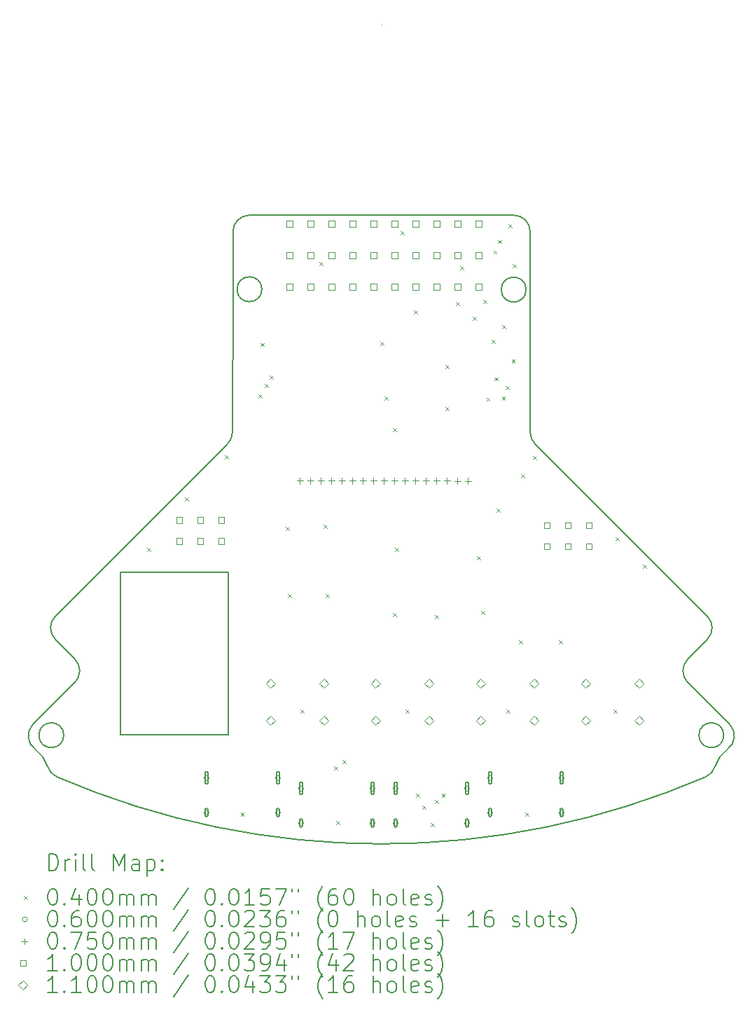
<source format=gbr>
%FSLAX45Y45*%
G04 Gerber Fmt 4.5, Leading zero omitted, Abs format (unit mm)*
G04 Created by KiCad (PCBNEW (6.0.5)) date 2022-10-18 22:35:15*
%MOMM*%
%LPD*%
G01*
G04 APERTURE LIST*
%TA.AperFunction,Profile*%
%ADD10C,0.200000*%
%TD*%
%TA.AperFunction,Profile*%
%ADD11C,0.100050*%
%TD*%
%ADD12C,0.200000*%
%ADD13C,0.040000*%
%ADD14C,0.060000*%
%ADD15C,0.075000*%
%ADD16C,0.100000*%
%ADD17C,0.110000*%
G04 APERTURE END LIST*
D10*
X11501680Y-13265660D02*
X10996756Y-13770585D01*
X11172749Y-14283015D02*
G75*
G03*
X11022304Y-14075020I-382189J-118035D01*
G01*
X19391536Y-14075020D02*
G75*
G03*
X19241093Y-14283015I231764J-326040D01*
G01*
X15215322Y-7617792D02*
X13612255Y-7617792D01*
X13356920Y-13217780D02*
X13356920Y-13897780D01*
X13412255Y-7817792D02*
X13412255Y-8512747D01*
X17006918Y-7817792D02*
G75*
G03*
X16806920Y-7617792I-199998J2D01*
G01*
X11172746Y-14283015D02*
G75*
G03*
X11284602Y-14407633I191094J59016D01*
G01*
X11265854Y-12464149D02*
G75*
G03*
X11265856Y-12746993I141426J-141421D01*
G01*
X19148117Y-12464018D02*
X17065499Y-10381400D01*
X13762255Y-8513307D02*
G75*
G03*
X13762255Y-8513307I-150000J0D01*
G01*
X16806920Y-7617792D02*
X15215322Y-7617792D01*
X19148117Y-12746861D02*
G75*
G03*
X19148117Y-12464018I-141427J141421D01*
G01*
X13348839Y-10381167D02*
X11265856Y-12464150D01*
X11366830Y-13904064D02*
G75*
G03*
X11366830Y-13904064I-150000J0D01*
G01*
D11*
X15211922Y-5317780D02*
G75*
G03*
X15211922Y-5317780I-5003J0D01*
G01*
D10*
X10996760Y-13770589D02*
G75*
G03*
X11022304Y-14075020I141420J-141421D01*
G01*
X18912161Y-12982819D02*
G75*
G03*
X18912160Y-13265660I141419J-141421D01*
G01*
X11265856Y-12746993D02*
X11501680Y-12982817D01*
X17006920Y-10239979D02*
X17006920Y-8517788D01*
X12056920Y-11937780D02*
X13356920Y-11937780D01*
X13356920Y-11937780D02*
X13356920Y-13217780D01*
X12056920Y-13897780D02*
X12056920Y-11937780D01*
X13612255Y-7617785D02*
G75*
G03*
X13412255Y-7817792I5J-200005D01*
G01*
X11501682Y-13265661D02*
G75*
G03*
X11501680Y-12982817I-141422J141421D01*
G01*
X13412255Y-8512747D02*
X13407417Y-10240306D01*
X11284602Y-14407633D02*
G75*
G03*
X19129238Y-14407633I3922318J9089854D01*
G01*
X19347010Y-13904064D02*
G75*
G03*
X19347010Y-13904064I-150000J0D01*
G01*
X19391540Y-14075025D02*
G75*
G03*
X19417085Y-13770585I-115880J163015D01*
G01*
X16956920Y-8517788D02*
G75*
G03*
X16956920Y-8517788I-150000J0D01*
G01*
X18912160Y-12982817D02*
X19148117Y-12746860D01*
X19417085Y-13770585D02*
X18912160Y-13265660D01*
X13348841Y-10381169D02*
G75*
G03*
X13407417Y-10240306I-141421J141419D01*
G01*
X17006924Y-10239979D02*
G75*
G03*
X17065499Y-10381400I200006J-2D01*
G01*
X13356920Y-13897780D02*
X12056920Y-13897780D01*
X17006920Y-8517788D02*
X17006920Y-7817792D01*
X19129238Y-14407633D02*
G75*
G03*
X19241093Y-14283015I-79238J183633D01*
G01*
D12*
D13*
X12375200Y-11638600D02*
X12415200Y-11678600D01*
X12415200Y-11638600D02*
X12375200Y-11678600D01*
X12832400Y-11029000D02*
X12872400Y-11069000D01*
X12872400Y-11029000D02*
X12832400Y-11069000D01*
X13315000Y-10521000D02*
X13355000Y-10561000D01*
X13355000Y-10521000D02*
X13315000Y-10561000D01*
X13505500Y-14839000D02*
X13545500Y-14879000D01*
X13545500Y-14839000D02*
X13505500Y-14879000D01*
X13719210Y-9784400D02*
X13759210Y-9824400D01*
X13759210Y-9784400D02*
X13719210Y-9824400D01*
X13744460Y-9162071D02*
X13784460Y-9202071D01*
X13784460Y-9162071D02*
X13744460Y-9202071D01*
X13797600Y-9657400D02*
X13837600Y-9697400D01*
X13837600Y-9657400D02*
X13797600Y-9697400D01*
X13857998Y-9555800D02*
X13897998Y-9595800D01*
X13897998Y-9555800D02*
X13857998Y-9595800D01*
X14051600Y-11384600D02*
X14091600Y-11424600D01*
X14091600Y-11384600D02*
X14051600Y-11424600D01*
X14077000Y-12197400D02*
X14117000Y-12237400D01*
X14117000Y-12197400D02*
X14077000Y-12237400D01*
X14229400Y-13594400D02*
X14269400Y-13634400D01*
X14269400Y-13594400D02*
X14229400Y-13634400D01*
X14458000Y-8184200D02*
X14498000Y-8224200D01*
X14498000Y-8184200D02*
X14458000Y-8224200D01*
X14508800Y-11359200D02*
X14548800Y-11399200D01*
X14548800Y-11359200D02*
X14508800Y-11399200D01*
X14534200Y-12197400D02*
X14574200Y-12237400D01*
X14574200Y-12197400D02*
X14534200Y-12237400D01*
X14635800Y-14280200D02*
X14675800Y-14320200D01*
X14675800Y-14280200D02*
X14635800Y-14320200D01*
X14661200Y-14940600D02*
X14701200Y-14980600D01*
X14701200Y-14940600D02*
X14661200Y-14980600D01*
X14737400Y-14204000D02*
X14777400Y-14244000D01*
X14777400Y-14204000D02*
X14737400Y-14244000D01*
X15194600Y-9149400D02*
X15234600Y-9189400D01*
X15234600Y-9149400D02*
X15194600Y-9189400D01*
X15245400Y-9809800D02*
X15285400Y-9849800D01*
X15285400Y-9809800D02*
X15245400Y-9849800D01*
X15347000Y-10190800D02*
X15387000Y-10230800D01*
X15387000Y-10190800D02*
X15347000Y-10230800D01*
X15347000Y-12426000D02*
X15387000Y-12466000D01*
X15387000Y-12426000D02*
X15347000Y-12466000D01*
X15372400Y-11638600D02*
X15412400Y-11678600D01*
X15412400Y-11638600D02*
X15372400Y-11678600D01*
X15442215Y-7811376D02*
X15482215Y-7851376D01*
X15482215Y-7811376D02*
X15442215Y-7851376D01*
X15499400Y-13594400D02*
X15539400Y-13634400D01*
X15539400Y-13594400D02*
X15499400Y-13634400D01*
X15601000Y-8768400D02*
X15641000Y-8808400D01*
X15641000Y-8768400D02*
X15601000Y-8808400D01*
X15626400Y-14610400D02*
X15666400Y-14650400D01*
X15666400Y-14610400D02*
X15626400Y-14650400D01*
X15702600Y-14756550D02*
X15742600Y-14796550D01*
X15742600Y-14756550D02*
X15702600Y-14796550D01*
X15804200Y-14966000D02*
X15844200Y-15006000D01*
X15844200Y-14966000D02*
X15804200Y-15006000D01*
X15855000Y-12451400D02*
X15895000Y-12491400D01*
X15895000Y-12451400D02*
X15855000Y-12491400D01*
X15855000Y-14686600D02*
X15895000Y-14726600D01*
X15895000Y-14686600D02*
X15855000Y-14726600D01*
X15936450Y-14610400D02*
X15976450Y-14650400D01*
X15976450Y-14610400D02*
X15936450Y-14650400D01*
X15982000Y-9428800D02*
X16022000Y-9468800D01*
X16022000Y-9428800D02*
X15982000Y-9468800D01*
X15982000Y-9936800D02*
X16022000Y-9976800D01*
X16022000Y-9936800D02*
X15982000Y-9976800D01*
X16109000Y-8666800D02*
X16149000Y-8706800D01*
X16149000Y-8666800D02*
X16109000Y-8706800D01*
X16159883Y-8234895D02*
X16199883Y-8274895D01*
X16199883Y-8234895D02*
X16159883Y-8274895D01*
X16312200Y-8844600D02*
X16352200Y-8884600D01*
X16352200Y-8844600D02*
X16312200Y-8884600D01*
X16363000Y-11740200D02*
X16403000Y-11780200D01*
X16403000Y-11740200D02*
X16363000Y-11780200D01*
X16413800Y-12400600D02*
X16453800Y-12440600D01*
X16453800Y-12400600D02*
X16413800Y-12440600D01*
X16439200Y-8641400D02*
X16479200Y-8681400D01*
X16479200Y-8641400D02*
X16439200Y-8681400D01*
X16477802Y-9821998D02*
X16517802Y-9861998D01*
X16517802Y-9821998D02*
X16477802Y-9861998D01*
X16542134Y-9122666D02*
X16582134Y-9162666D01*
X16582134Y-9122666D02*
X16542134Y-9162666D01*
X16562450Y-8044500D02*
X16602450Y-8084500D01*
X16602450Y-8044500D02*
X16562450Y-8084500D01*
X16576620Y-9578525D02*
X16616620Y-9618525D01*
X16616620Y-9578525D02*
X16576620Y-9618525D01*
X16598416Y-11162816D02*
X16638416Y-11202816D01*
X16638416Y-11162816D02*
X16598416Y-11202816D01*
X16617000Y-7917500D02*
X16657000Y-7957500D01*
X16657000Y-7917500D02*
X16617000Y-7957500D01*
X16665346Y-9809800D02*
X16705346Y-9849800D01*
X16705346Y-9809800D02*
X16665346Y-9849800D01*
X16667800Y-8946200D02*
X16707800Y-8986200D01*
X16707800Y-8946200D02*
X16667800Y-8986200D01*
X16710298Y-9682800D02*
X16750298Y-9722800D01*
X16750298Y-9682800D02*
X16710298Y-9722800D01*
X16718600Y-13594400D02*
X16758600Y-13634400D01*
X16758600Y-13594400D02*
X16718600Y-13634400D01*
X16744000Y-7727000D02*
X16784000Y-7767000D01*
X16784000Y-7727000D02*
X16744000Y-7767000D01*
X16783434Y-9363966D02*
X16823434Y-9403966D01*
X16823434Y-9363966D02*
X16783434Y-9403966D01*
X16794800Y-8209600D02*
X16834800Y-8249600D01*
X16834800Y-8209600D02*
X16794800Y-8249600D01*
X16871000Y-12756200D02*
X16911000Y-12796200D01*
X16911000Y-12756200D02*
X16871000Y-12796200D01*
X16896400Y-10749600D02*
X16936400Y-10789600D01*
X16936400Y-10749600D02*
X16896400Y-10789600D01*
X16947200Y-14839000D02*
X16987200Y-14879000D01*
X16987200Y-14839000D02*
X16947200Y-14879000D01*
X17042128Y-10527672D02*
X17082128Y-10567672D01*
X17082128Y-10527672D02*
X17042128Y-10567672D01*
X17353600Y-12756200D02*
X17393600Y-12796200D01*
X17393600Y-12756200D02*
X17353600Y-12796200D01*
X18014000Y-13594400D02*
X18054000Y-13634400D01*
X18054000Y-13594400D02*
X18014000Y-13634400D01*
X18039400Y-11511600D02*
X18079400Y-11551600D01*
X18079400Y-11511600D02*
X18039400Y-11551600D01*
X18369600Y-11841800D02*
X18409600Y-11881800D01*
X18409600Y-11841800D02*
X18369600Y-11881800D01*
D14*
X13123500Y-14421500D02*
G75*
G03*
X13123500Y-14421500I-30000J0D01*
G01*
D12*
X13073500Y-14366500D02*
X13073500Y-14476500D01*
X13113500Y-14366500D02*
X13113500Y-14476500D01*
X13073500Y-14476500D02*
G75*
G03*
X13113500Y-14476500I20000J0D01*
G01*
X13113500Y-14366500D02*
G75*
G03*
X13073500Y-14366500I-20000J0D01*
G01*
D14*
X13123500Y-14839500D02*
G75*
G03*
X13123500Y-14839500I-30000J0D01*
G01*
D12*
X13073500Y-14809500D02*
X13073500Y-14869500D01*
X13113500Y-14809500D02*
X13113500Y-14869500D01*
X13073500Y-14869500D02*
G75*
G03*
X13113500Y-14869500I20000J0D01*
G01*
X13113500Y-14809500D02*
G75*
G03*
X13073500Y-14809500I-20000J0D01*
G01*
D14*
X13987500Y-14421500D02*
G75*
G03*
X13987500Y-14421500I-30000J0D01*
G01*
D12*
X13937500Y-14366500D02*
X13937500Y-14476500D01*
X13977500Y-14366500D02*
X13977500Y-14476500D01*
X13937500Y-14476500D02*
G75*
G03*
X13977500Y-14476500I20000J0D01*
G01*
X13977500Y-14366500D02*
G75*
G03*
X13937500Y-14366500I-20000J0D01*
G01*
D14*
X13987500Y-14839500D02*
G75*
G03*
X13987500Y-14839500I-30000J0D01*
G01*
D12*
X13937500Y-14809500D02*
X13937500Y-14869500D01*
X13977500Y-14809500D02*
X13977500Y-14869500D01*
X13937500Y-14869500D02*
G75*
G03*
X13977500Y-14869500I20000J0D01*
G01*
X13977500Y-14809500D02*
G75*
G03*
X13937500Y-14809500I-20000J0D01*
G01*
D14*
X14266500Y-14548500D02*
G75*
G03*
X14266500Y-14548500I-30000J0D01*
G01*
D12*
X14216500Y-14493500D02*
X14216500Y-14603500D01*
X14256500Y-14493500D02*
X14256500Y-14603500D01*
X14216500Y-14603500D02*
G75*
G03*
X14256500Y-14603500I20000J0D01*
G01*
X14256500Y-14493500D02*
G75*
G03*
X14216500Y-14493500I-20000J0D01*
G01*
D14*
X14266500Y-14966500D02*
G75*
G03*
X14266500Y-14966500I-30000J0D01*
G01*
D12*
X14216500Y-14936500D02*
X14216500Y-14996500D01*
X14256500Y-14936500D02*
X14256500Y-14996500D01*
X14216500Y-14996500D02*
G75*
G03*
X14256500Y-14996500I20000J0D01*
G01*
X14256500Y-14936500D02*
G75*
G03*
X14216500Y-14936500I-20000J0D01*
G01*
D14*
X15130500Y-14548500D02*
G75*
G03*
X15130500Y-14548500I-30000J0D01*
G01*
D12*
X15080500Y-14493500D02*
X15080500Y-14603500D01*
X15120500Y-14493500D02*
X15120500Y-14603500D01*
X15080500Y-14603500D02*
G75*
G03*
X15120500Y-14603500I20000J0D01*
G01*
X15120500Y-14493500D02*
G75*
G03*
X15080500Y-14493500I-20000J0D01*
G01*
D14*
X15130500Y-14966500D02*
G75*
G03*
X15130500Y-14966500I-30000J0D01*
G01*
D12*
X15080500Y-14936500D02*
X15080500Y-14996500D01*
X15120500Y-14936500D02*
X15120500Y-14996500D01*
X15080500Y-14996500D02*
G75*
G03*
X15120500Y-14996500I20000J0D01*
G01*
X15120500Y-14936500D02*
G75*
G03*
X15080500Y-14936500I-20000J0D01*
G01*
D14*
X15409500Y-14548500D02*
G75*
G03*
X15409500Y-14548500I-30000J0D01*
G01*
D12*
X15359500Y-14493500D02*
X15359500Y-14603500D01*
X15399500Y-14493500D02*
X15399500Y-14603500D01*
X15359500Y-14603500D02*
G75*
G03*
X15399500Y-14603500I20000J0D01*
G01*
X15399500Y-14493500D02*
G75*
G03*
X15359500Y-14493500I-20000J0D01*
G01*
D14*
X15409500Y-14966500D02*
G75*
G03*
X15409500Y-14966500I-30000J0D01*
G01*
D12*
X15359500Y-14936500D02*
X15359500Y-14996500D01*
X15399500Y-14936500D02*
X15399500Y-14996500D01*
X15359500Y-14996500D02*
G75*
G03*
X15399500Y-14996500I20000J0D01*
G01*
X15399500Y-14936500D02*
G75*
G03*
X15359500Y-14936500I-20000J0D01*
G01*
D14*
X16273500Y-14548500D02*
G75*
G03*
X16273500Y-14548500I-30000J0D01*
G01*
D12*
X16223500Y-14493500D02*
X16223500Y-14603500D01*
X16263500Y-14493500D02*
X16263500Y-14603500D01*
X16223500Y-14603500D02*
G75*
G03*
X16263500Y-14603500I20000J0D01*
G01*
X16263500Y-14493500D02*
G75*
G03*
X16223500Y-14493500I-20000J0D01*
G01*
D14*
X16273500Y-14966500D02*
G75*
G03*
X16273500Y-14966500I-30000J0D01*
G01*
D12*
X16223500Y-14936500D02*
X16223500Y-14996500D01*
X16263500Y-14936500D02*
X16263500Y-14996500D01*
X16223500Y-14996500D02*
G75*
G03*
X16263500Y-14996500I20000J0D01*
G01*
X16263500Y-14936500D02*
G75*
G03*
X16223500Y-14936500I-20000J0D01*
G01*
D14*
X16552500Y-14421500D02*
G75*
G03*
X16552500Y-14421500I-30000J0D01*
G01*
D12*
X16502500Y-14366500D02*
X16502500Y-14476500D01*
X16542500Y-14366500D02*
X16542500Y-14476500D01*
X16502500Y-14476500D02*
G75*
G03*
X16542500Y-14476500I20000J0D01*
G01*
X16542500Y-14366500D02*
G75*
G03*
X16502500Y-14366500I-20000J0D01*
G01*
D14*
X16552500Y-14839500D02*
G75*
G03*
X16552500Y-14839500I-30000J0D01*
G01*
D12*
X16502500Y-14809500D02*
X16502500Y-14869500D01*
X16542500Y-14809500D02*
X16542500Y-14869500D01*
X16502500Y-14869500D02*
G75*
G03*
X16542500Y-14869500I20000J0D01*
G01*
X16542500Y-14809500D02*
G75*
G03*
X16502500Y-14809500I-20000J0D01*
G01*
D14*
X17416500Y-14421500D02*
G75*
G03*
X17416500Y-14421500I-30000J0D01*
G01*
D12*
X17366500Y-14366500D02*
X17366500Y-14476500D01*
X17406500Y-14366500D02*
X17406500Y-14476500D01*
X17366500Y-14476500D02*
G75*
G03*
X17406500Y-14476500I20000J0D01*
G01*
X17406500Y-14366500D02*
G75*
G03*
X17366500Y-14366500I-20000J0D01*
G01*
D14*
X17416500Y-14839500D02*
G75*
G03*
X17416500Y-14839500I-30000J0D01*
G01*
D12*
X17366500Y-14809500D02*
X17366500Y-14869500D01*
X17406500Y-14809500D02*
X17406500Y-14869500D01*
X17366500Y-14869500D02*
G75*
G03*
X17406500Y-14869500I20000J0D01*
G01*
X17406500Y-14809500D02*
G75*
G03*
X17366500Y-14809500I-20000J0D01*
G01*
D15*
X14224000Y-10791000D02*
X14224000Y-10866000D01*
X14186500Y-10828500D02*
X14261500Y-10828500D01*
X14351000Y-10791000D02*
X14351000Y-10866000D01*
X14313500Y-10828500D02*
X14388500Y-10828500D01*
X14478000Y-10791000D02*
X14478000Y-10866000D01*
X14440500Y-10828500D02*
X14515500Y-10828500D01*
X14605000Y-10791000D02*
X14605000Y-10866000D01*
X14567500Y-10828500D02*
X14642500Y-10828500D01*
X14732000Y-10791000D02*
X14732000Y-10866000D01*
X14694500Y-10828500D02*
X14769500Y-10828500D01*
X14859000Y-10791000D02*
X14859000Y-10866000D01*
X14821500Y-10828500D02*
X14896500Y-10828500D01*
X14986000Y-10791000D02*
X14986000Y-10866000D01*
X14948500Y-10828500D02*
X15023500Y-10828500D01*
X15113000Y-10791000D02*
X15113000Y-10866000D01*
X15075500Y-10828500D02*
X15150500Y-10828500D01*
X15240000Y-10791000D02*
X15240000Y-10866000D01*
X15202500Y-10828500D02*
X15277500Y-10828500D01*
X15367000Y-10791000D02*
X15367000Y-10866000D01*
X15329500Y-10828500D02*
X15404500Y-10828500D01*
X15494000Y-10791000D02*
X15494000Y-10866000D01*
X15456500Y-10828500D02*
X15531500Y-10828500D01*
X15621000Y-10791000D02*
X15621000Y-10866000D01*
X15583500Y-10828500D02*
X15658500Y-10828500D01*
X15748000Y-10791000D02*
X15748000Y-10866000D01*
X15710500Y-10828500D02*
X15785500Y-10828500D01*
X15875000Y-10791000D02*
X15875000Y-10866000D01*
X15837500Y-10828500D02*
X15912500Y-10828500D01*
X16002000Y-10791000D02*
X16002000Y-10866000D01*
X15964500Y-10828500D02*
X16039500Y-10828500D01*
X16129000Y-10792000D02*
X16129000Y-10867000D01*
X16091500Y-10829500D02*
X16166500Y-10829500D01*
X16256000Y-10792000D02*
X16256000Y-10867000D01*
X16218500Y-10829500D02*
X16293500Y-10829500D01*
D16*
X12800356Y-11338856D02*
X12800356Y-11268144D01*
X12729644Y-11268144D01*
X12729644Y-11338856D01*
X12800356Y-11338856D01*
X12800356Y-11592856D02*
X12800356Y-11522144D01*
X12729644Y-11522144D01*
X12729644Y-11592856D01*
X12800356Y-11592856D01*
X13054356Y-11338856D02*
X13054356Y-11268144D01*
X12983644Y-11268144D01*
X12983644Y-11338856D01*
X13054356Y-11338856D01*
X13054356Y-11592856D02*
X13054356Y-11522144D01*
X12983644Y-11522144D01*
X12983644Y-11592856D01*
X13054356Y-11592856D01*
X13308356Y-11338856D02*
X13308356Y-11268144D01*
X13237644Y-11268144D01*
X13237644Y-11338856D01*
X13308356Y-11338856D01*
X13308356Y-11592856D02*
X13308356Y-11522144D01*
X13237644Y-11522144D01*
X13237644Y-11592856D01*
X13308356Y-11592856D01*
X14131856Y-8518956D02*
X14131856Y-8448244D01*
X14061144Y-8448244D01*
X14061144Y-8518956D01*
X14131856Y-8518956D01*
X14132356Y-7756956D02*
X14132356Y-7686244D01*
X14061644Y-7686244D01*
X14061644Y-7756956D01*
X14132356Y-7756956D01*
X14132356Y-8137956D02*
X14132356Y-8067244D01*
X14061644Y-8067244D01*
X14061644Y-8137956D01*
X14132356Y-8137956D01*
X14385856Y-8518956D02*
X14385856Y-8448244D01*
X14315144Y-8448244D01*
X14315144Y-8518956D01*
X14385856Y-8518956D01*
X14386356Y-7756956D02*
X14386356Y-7686244D01*
X14315644Y-7686244D01*
X14315644Y-7756956D01*
X14386356Y-7756956D01*
X14386356Y-8137956D02*
X14386356Y-8067244D01*
X14315644Y-8067244D01*
X14315644Y-8137956D01*
X14386356Y-8137956D01*
X14639856Y-8518956D02*
X14639856Y-8448244D01*
X14569144Y-8448244D01*
X14569144Y-8518956D01*
X14639856Y-8518956D01*
X14640356Y-7756956D02*
X14640356Y-7686244D01*
X14569644Y-7686244D01*
X14569644Y-7756956D01*
X14640356Y-7756956D01*
X14640356Y-8137956D02*
X14640356Y-8067244D01*
X14569644Y-8067244D01*
X14569644Y-8137956D01*
X14640356Y-8137956D01*
X14893856Y-8518956D02*
X14893856Y-8448244D01*
X14823144Y-8448244D01*
X14823144Y-8518956D01*
X14893856Y-8518956D01*
X14894356Y-7756956D02*
X14894356Y-7686244D01*
X14823644Y-7686244D01*
X14823644Y-7756956D01*
X14894356Y-7756956D01*
X14894356Y-8137956D02*
X14894356Y-8067244D01*
X14823644Y-8067244D01*
X14823644Y-8137956D01*
X14894356Y-8137956D01*
X15147856Y-8518956D02*
X15147856Y-8448244D01*
X15077144Y-8448244D01*
X15077144Y-8518956D01*
X15147856Y-8518956D01*
X15148356Y-7756956D02*
X15148356Y-7686244D01*
X15077644Y-7686244D01*
X15077644Y-7756956D01*
X15148356Y-7756956D01*
X15148356Y-8137956D02*
X15148356Y-8067244D01*
X15077644Y-8067244D01*
X15077644Y-8137956D01*
X15148356Y-8137956D01*
X15401856Y-8518956D02*
X15401856Y-8448244D01*
X15331144Y-8448244D01*
X15331144Y-8518956D01*
X15401856Y-8518956D01*
X15402356Y-7756956D02*
X15402356Y-7686244D01*
X15331644Y-7686244D01*
X15331644Y-7756956D01*
X15402356Y-7756956D01*
X15402356Y-8137956D02*
X15402356Y-8067244D01*
X15331644Y-8067244D01*
X15331644Y-8137956D01*
X15402356Y-8137956D01*
X15655856Y-8518956D02*
X15655856Y-8448244D01*
X15585144Y-8448244D01*
X15585144Y-8518956D01*
X15655856Y-8518956D01*
X15656356Y-7756956D02*
X15656356Y-7686244D01*
X15585644Y-7686244D01*
X15585644Y-7756956D01*
X15656356Y-7756956D01*
X15656356Y-8137956D02*
X15656356Y-8067244D01*
X15585644Y-8067244D01*
X15585644Y-8137956D01*
X15656356Y-8137956D01*
X15909856Y-8518956D02*
X15909856Y-8448244D01*
X15839144Y-8448244D01*
X15839144Y-8518956D01*
X15909856Y-8518956D01*
X15910356Y-7756956D02*
X15910356Y-7686244D01*
X15839644Y-7686244D01*
X15839644Y-7756956D01*
X15910356Y-7756956D01*
X15910356Y-8137956D02*
X15910356Y-8067244D01*
X15839644Y-8067244D01*
X15839644Y-8137956D01*
X15910356Y-8137956D01*
X16163856Y-8518956D02*
X16163856Y-8448244D01*
X16093144Y-8448244D01*
X16093144Y-8518956D01*
X16163856Y-8518956D01*
X16164356Y-7756956D02*
X16164356Y-7686244D01*
X16093644Y-7686244D01*
X16093644Y-7756956D01*
X16164356Y-7756956D01*
X16164356Y-8137956D02*
X16164356Y-8067244D01*
X16093644Y-8067244D01*
X16093644Y-8137956D01*
X16164356Y-8137956D01*
X16417856Y-8518956D02*
X16417856Y-8448244D01*
X16347144Y-8448244D01*
X16347144Y-8518956D01*
X16417856Y-8518956D01*
X16418356Y-7756956D02*
X16418356Y-7686244D01*
X16347644Y-7686244D01*
X16347644Y-7756956D01*
X16418356Y-7756956D01*
X16418356Y-8137956D02*
X16418356Y-8067244D01*
X16347644Y-8067244D01*
X16347644Y-8137956D01*
X16418356Y-8137956D01*
X17243856Y-11401856D02*
X17243856Y-11331144D01*
X17173144Y-11331144D01*
X17173144Y-11401856D01*
X17243856Y-11401856D01*
X17243856Y-11655856D02*
X17243856Y-11585144D01*
X17173144Y-11585144D01*
X17173144Y-11655856D01*
X17243856Y-11655856D01*
X17497856Y-11401856D02*
X17497856Y-11331144D01*
X17427144Y-11331144D01*
X17427144Y-11401856D01*
X17497856Y-11401856D01*
X17497856Y-11655856D02*
X17497856Y-11585144D01*
X17427144Y-11585144D01*
X17427144Y-11655856D01*
X17497856Y-11655856D01*
X17751856Y-11401856D02*
X17751856Y-11331144D01*
X17681144Y-11331144D01*
X17681144Y-11401856D01*
X17751856Y-11401856D01*
X17751856Y-11655856D02*
X17751856Y-11585144D01*
X17681144Y-11585144D01*
X17681144Y-11655856D01*
X17751856Y-11655856D01*
D17*
X13866500Y-13332500D02*
X13921500Y-13277500D01*
X13866500Y-13222500D01*
X13811500Y-13277500D01*
X13866500Y-13332500D01*
X13866500Y-13782500D02*
X13921500Y-13727500D01*
X13866500Y-13672500D01*
X13811500Y-13727500D01*
X13866500Y-13782500D01*
X14516500Y-13332500D02*
X14571500Y-13277500D01*
X14516500Y-13222500D01*
X14461500Y-13277500D01*
X14516500Y-13332500D01*
X14516500Y-13782500D02*
X14571500Y-13727500D01*
X14516500Y-13672500D01*
X14461500Y-13727500D01*
X14516500Y-13782500D01*
X15136500Y-13332500D02*
X15191500Y-13277500D01*
X15136500Y-13222500D01*
X15081500Y-13277500D01*
X15136500Y-13332500D01*
X15136500Y-13782500D02*
X15191500Y-13727500D01*
X15136500Y-13672500D01*
X15081500Y-13727500D01*
X15136500Y-13782500D01*
X15786500Y-13332500D02*
X15841500Y-13277500D01*
X15786500Y-13222500D01*
X15731500Y-13277500D01*
X15786500Y-13332500D01*
X15786500Y-13782500D02*
X15841500Y-13727500D01*
X15786500Y-13672500D01*
X15731500Y-13727500D01*
X15786500Y-13782500D01*
X16406500Y-13332500D02*
X16461500Y-13277500D01*
X16406500Y-13222500D01*
X16351500Y-13277500D01*
X16406500Y-13332500D01*
X16406500Y-13782500D02*
X16461500Y-13727500D01*
X16406500Y-13672500D01*
X16351500Y-13727500D01*
X16406500Y-13782500D01*
X17056500Y-13332500D02*
X17111500Y-13277500D01*
X17056500Y-13222500D01*
X17001500Y-13277500D01*
X17056500Y-13332500D01*
X17056500Y-13782500D02*
X17111500Y-13727500D01*
X17056500Y-13672500D01*
X17001500Y-13727500D01*
X17056500Y-13782500D01*
X17676500Y-13332500D02*
X17731500Y-13277500D01*
X17676500Y-13222500D01*
X17621500Y-13277500D01*
X17676500Y-13332500D01*
X17676500Y-13782500D02*
X17731500Y-13727500D01*
X17676500Y-13672500D01*
X17621500Y-13727500D01*
X17676500Y-13782500D01*
X18326500Y-13332500D02*
X18381500Y-13277500D01*
X18326500Y-13222500D01*
X18271500Y-13277500D01*
X18326500Y-13332500D01*
X18326500Y-13782500D02*
X18381500Y-13727500D01*
X18326500Y-13672500D01*
X18271500Y-13727500D01*
X18326500Y-13782500D01*
D12*
X11185800Y-15538256D02*
X11185800Y-15338256D01*
X11233419Y-15338256D01*
X11261990Y-15347780D01*
X11281038Y-15366828D01*
X11290562Y-15385875D01*
X11300086Y-15423970D01*
X11300086Y-15452542D01*
X11290562Y-15490637D01*
X11281038Y-15509685D01*
X11261990Y-15528732D01*
X11233419Y-15538256D01*
X11185800Y-15538256D01*
X11385800Y-15538256D02*
X11385800Y-15404923D01*
X11385800Y-15443018D02*
X11395324Y-15423970D01*
X11404848Y-15414447D01*
X11423895Y-15404923D01*
X11442943Y-15404923D01*
X11509609Y-15538256D02*
X11509609Y-15404923D01*
X11509609Y-15338256D02*
X11500086Y-15347780D01*
X11509609Y-15357304D01*
X11519133Y-15347780D01*
X11509609Y-15338256D01*
X11509609Y-15357304D01*
X11633419Y-15538256D02*
X11614371Y-15528732D01*
X11604848Y-15509685D01*
X11604848Y-15338256D01*
X11738181Y-15538256D02*
X11719133Y-15528732D01*
X11709609Y-15509685D01*
X11709609Y-15338256D01*
X11966752Y-15538256D02*
X11966752Y-15338256D01*
X12033419Y-15481113D01*
X12100086Y-15338256D01*
X12100086Y-15538256D01*
X12281038Y-15538256D02*
X12281038Y-15433494D01*
X12271514Y-15414447D01*
X12252467Y-15404923D01*
X12214371Y-15404923D01*
X12195324Y-15414447D01*
X12281038Y-15528732D02*
X12261990Y-15538256D01*
X12214371Y-15538256D01*
X12195324Y-15528732D01*
X12185800Y-15509685D01*
X12185800Y-15490637D01*
X12195324Y-15471589D01*
X12214371Y-15462066D01*
X12261990Y-15462066D01*
X12281038Y-15452542D01*
X12376276Y-15404923D02*
X12376276Y-15604923D01*
X12376276Y-15414447D02*
X12395324Y-15404923D01*
X12433419Y-15404923D01*
X12452467Y-15414447D01*
X12461990Y-15423970D01*
X12471514Y-15443018D01*
X12471514Y-15500161D01*
X12461990Y-15519208D01*
X12452467Y-15528732D01*
X12433419Y-15538256D01*
X12395324Y-15538256D01*
X12376276Y-15528732D01*
X12557229Y-15519208D02*
X12566752Y-15528732D01*
X12557229Y-15538256D01*
X12547705Y-15528732D01*
X12557229Y-15519208D01*
X12557229Y-15538256D01*
X12557229Y-15414447D02*
X12566752Y-15423970D01*
X12557229Y-15433494D01*
X12547705Y-15423970D01*
X12557229Y-15414447D01*
X12557229Y-15433494D01*
D13*
X10888181Y-15847780D02*
X10928181Y-15887780D01*
X10928181Y-15847780D02*
X10888181Y-15887780D01*
D12*
X11223895Y-15758256D02*
X11242943Y-15758256D01*
X11261990Y-15767780D01*
X11271514Y-15777304D01*
X11281038Y-15796351D01*
X11290562Y-15834447D01*
X11290562Y-15882066D01*
X11281038Y-15920161D01*
X11271514Y-15939208D01*
X11261990Y-15948732D01*
X11242943Y-15958256D01*
X11223895Y-15958256D01*
X11204848Y-15948732D01*
X11195324Y-15939208D01*
X11185800Y-15920161D01*
X11176276Y-15882066D01*
X11176276Y-15834447D01*
X11185800Y-15796351D01*
X11195324Y-15777304D01*
X11204848Y-15767780D01*
X11223895Y-15758256D01*
X11376276Y-15939208D02*
X11385800Y-15948732D01*
X11376276Y-15958256D01*
X11366752Y-15948732D01*
X11376276Y-15939208D01*
X11376276Y-15958256D01*
X11557229Y-15824923D02*
X11557229Y-15958256D01*
X11509609Y-15748732D02*
X11461990Y-15891589D01*
X11585800Y-15891589D01*
X11700086Y-15758256D02*
X11719133Y-15758256D01*
X11738181Y-15767780D01*
X11747705Y-15777304D01*
X11757229Y-15796351D01*
X11766752Y-15834447D01*
X11766752Y-15882066D01*
X11757229Y-15920161D01*
X11747705Y-15939208D01*
X11738181Y-15948732D01*
X11719133Y-15958256D01*
X11700086Y-15958256D01*
X11681038Y-15948732D01*
X11671514Y-15939208D01*
X11661990Y-15920161D01*
X11652467Y-15882066D01*
X11652467Y-15834447D01*
X11661990Y-15796351D01*
X11671514Y-15777304D01*
X11681038Y-15767780D01*
X11700086Y-15758256D01*
X11890562Y-15758256D02*
X11909609Y-15758256D01*
X11928657Y-15767780D01*
X11938181Y-15777304D01*
X11947705Y-15796351D01*
X11957229Y-15834447D01*
X11957229Y-15882066D01*
X11947705Y-15920161D01*
X11938181Y-15939208D01*
X11928657Y-15948732D01*
X11909609Y-15958256D01*
X11890562Y-15958256D01*
X11871514Y-15948732D01*
X11861990Y-15939208D01*
X11852467Y-15920161D01*
X11842943Y-15882066D01*
X11842943Y-15834447D01*
X11852467Y-15796351D01*
X11861990Y-15777304D01*
X11871514Y-15767780D01*
X11890562Y-15758256D01*
X12042943Y-15958256D02*
X12042943Y-15824923D01*
X12042943Y-15843970D02*
X12052467Y-15834447D01*
X12071514Y-15824923D01*
X12100086Y-15824923D01*
X12119133Y-15834447D01*
X12128657Y-15853494D01*
X12128657Y-15958256D01*
X12128657Y-15853494D02*
X12138181Y-15834447D01*
X12157229Y-15824923D01*
X12185800Y-15824923D01*
X12204848Y-15834447D01*
X12214371Y-15853494D01*
X12214371Y-15958256D01*
X12309609Y-15958256D02*
X12309609Y-15824923D01*
X12309609Y-15843970D02*
X12319133Y-15834447D01*
X12338181Y-15824923D01*
X12366752Y-15824923D01*
X12385800Y-15834447D01*
X12395324Y-15853494D01*
X12395324Y-15958256D01*
X12395324Y-15853494D02*
X12404848Y-15834447D01*
X12423895Y-15824923D01*
X12452467Y-15824923D01*
X12471514Y-15834447D01*
X12481038Y-15853494D01*
X12481038Y-15958256D01*
X12871514Y-15748732D02*
X12700086Y-16005875D01*
X13128657Y-15758256D02*
X13147705Y-15758256D01*
X13166752Y-15767780D01*
X13176276Y-15777304D01*
X13185800Y-15796351D01*
X13195324Y-15834447D01*
X13195324Y-15882066D01*
X13185800Y-15920161D01*
X13176276Y-15939208D01*
X13166752Y-15948732D01*
X13147705Y-15958256D01*
X13128657Y-15958256D01*
X13109609Y-15948732D01*
X13100086Y-15939208D01*
X13090562Y-15920161D01*
X13081038Y-15882066D01*
X13081038Y-15834447D01*
X13090562Y-15796351D01*
X13100086Y-15777304D01*
X13109609Y-15767780D01*
X13128657Y-15758256D01*
X13281038Y-15939208D02*
X13290562Y-15948732D01*
X13281038Y-15958256D01*
X13271514Y-15948732D01*
X13281038Y-15939208D01*
X13281038Y-15958256D01*
X13414371Y-15758256D02*
X13433419Y-15758256D01*
X13452467Y-15767780D01*
X13461990Y-15777304D01*
X13471514Y-15796351D01*
X13481038Y-15834447D01*
X13481038Y-15882066D01*
X13471514Y-15920161D01*
X13461990Y-15939208D01*
X13452467Y-15948732D01*
X13433419Y-15958256D01*
X13414371Y-15958256D01*
X13395324Y-15948732D01*
X13385800Y-15939208D01*
X13376276Y-15920161D01*
X13366752Y-15882066D01*
X13366752Y-15834447D01*
X13376276Y-15796351D01*
X13385800Y-15777304D01*
X13395324Y-15767780D01*
X13414371Y-15758256D01*
X13671514Y-15958256D02*
X13557229Y-15958256D01*
X13614371Y-15958256D02*
X13614371Y-15758256D01*
X13595324Y-15786828D01*
X13576276Y-15805875D01*
X13557229Y-15815399D01*
X13852467Y-15758256D02*
X13757229Y-15758256D01*
X13747705Y-15853494D01*
X13757229Y-15843970D01*
X13776276Y-15834447D01*
X13823895Y-15834447D01*
X13842943Y-15843970D01*
X13852467Y-15853494D01*
X13861990Y-15872542D01*
X13861990Y-15920161D01*
X13852467Y-15939208D01*
X13842943Y-15948732D01*
X13823895Y-15958256D01*
X13776276Y-15958256D01*
X13757229Y-15948732D01*
X13747705Y-15939208D01*
X13928657Y-15758256D02*
X14061990Y-15758256D01*
X13976276Y-15958256D01*
X14128657Y-15758256D02*
X14128657Y-15796351D01*
X14204848Y-15758256D02*
X14204848Y-15796351D01*
X14500086Y-16034447D02*
X14490562Y-16024923D01*
X14471514Y-15996351D01*
X14461990Y-15977304D01*
X14452467Y-15948732D01*
X14442943Y-15901113D01*
X14442943Y-15863018D01*
X14452467Y-15815399D01*
X14461990Y-15786828D01*
X14471514Y-15767780D01*
X14490562Y-15739208D01*
X14500086Y-15729685D01*
X14661990Y-15758256D02*
X14623895Y-15758256D01*
X14604848Y-15767780D01*
X14595324Y-15777304D01*
X14576276Y-15805875D01*
X14566752Y-15843970D01*
X14566752Y-15920161D01*
X14576276Y-15939208D01*
X14585800Y-15948732D01*
X14604848Y-15958256D01*
X14642943Y-15958256D01*
X14661990Y-15948732D01*
X14671514Y-15939208D01*
X14681038Y-15920161D01*
X14681038Y-15872542D01*
X14671514Y-15853494D01*
X14661990Y-15843970D01*
X14642943Y-15834447D01*
X14604848Y-15834447D01*
X14585800Y-15843970D01*
X14576276Y-15853494D01*
X14566752Y-15872542D01*
X14804848Y-15758256D02*
X14823895Y-15758256D01*
X14842943Y-15767780D01*
X14852467Y-15777304D01*
X14861990Y-15796351D01*
X14871514Y-15834447D01*
X14871514Y-15882066D01*
X14861990Y-15920161D01*
X14852467Y-15939208D01*
X14842943Y-15948732D01*
X14823895Y-15958256D01*
X14804848Y-15958256D01*
X14785800Y-15948732D01*
X14776276Y-15939208D01*
X14766752Y-15920161D01*
X14757229Y-15882066D01*
X14757229Y-15834447D01*
X14766752Y-15796351D01*
X14776276Y-15777304D01*
X14785800Y-15767780D01*
X14804848Y-15758256D01*
X15109609Y-15958256D02*
X15109609Y-15758256D01*
X15195324Y-15958256D02*
X15195324Y-15853494D01*
X15185800Y-15834447D01*
X15166752Y-15824923D01*
X15138181Y-15824923D01*
X15119133Y-15834447D01*
X15109609Y-15843970D01*
X15319133Y-15958256D02*
X15300086Y-15948732D01*
X15290562Y-15939208D01*
X15281038Y-15920161D01*
X15281038Y-15863018D01*
X15290562Y-15843970D01*
X15300086Y-15834447D01*
X15319133Y-15824923D01*
X15347705Y-15824923D01*
X15366752Y-15834447D01*
X15376276Y-15843970D01*
X15385800Y-15863018D01*
X15385800Y-15920161D01*
X15376276Y-15939208D01*
X15366752Y-15948732D01*
X15347705Y-15958256D01*
X15319133Y-15958256D01*
X15500086Y-15958256D02*
X15481038Y-15948732D01*
X15471514Y-15929685D01*
X15471514Y-15758256D01*
X15652467Y-15948732D02*
X15633419Y-15958256D01*
X15595324Y-15958256D01*
X15576276Y-15948732D01*
X15566752Y-15929685D01*
X15566752Y-15853494D01*
X15576276Y-15834447D01*
X15595324Y-15824923D01*
X15633419Y-15824923D01*
X15652467Y-15834447D01*
X15661990Y-15853494D01*
X15661990Y-15872542D01*
X15566752Y-15891589D01*
X15738181Y-15948732D02*
X15757229Y-15958256D01*
X15795324Y-15958256D01*
X15814371Y-15948732D01*
X15823895Y-15929685D01*
X15823895Y-15920161D01*
X15814371Y-15901113D01*
X15795324Y-15891589D01*
X15766752Y-15891589D01*
X15747705Y-15882066D01*
X15738181Y-15863018D01*
X15738181Y-15853494D01*
X15747705Y-15834447D01*
X15766752Y-15824923D01*
X15795324Y-15824923D01*
X15814371Y-15834447D01*
X15890562Y-16034447D02*
X15900086Y-16024923D01*
X15919133Y-15996351D01*
X15928657Y-15977304D01*
X15938181Y-15948732D01*
X15947705Y-15901113D01*
X15947705Y-15863018D01*
X15938181Y-15815399D01*
X15928657Y-15786828D01*
X15919133Y-15767780D01*
X15900086Y-15739208D01*
X15890562Y-15729685D01*
D14*
X10928181Y-16131780D02*
G75*
G03*
X10928181Y-16131780I-30000J0D01*
G01*
D12*
X11223895Y-16022256D02*
X11242943Y-16022256D01*
X11261990Y-16031780D01*
X11271514Y-16041304D01*
X11281038Y-16060351D01*
X11290562Y-16098447D01*
X11290562Y-16146066D01*
X11281038Y-16184161D01*
X11271514Y-16203208D01*
X11261990Y-16212732D01*
X11242943Y-16222256D01*
X11223895Y-16222256D01*
X11204848Y-16212732D01*
X11195324Y-16203208D01*
X11185800Y-16184161D01*
X11176276Y-16146066D01*
X11176276Y-16098447D01*
X11185800Y-16060351D01*
X11195324Y-16041304D01*
X11204848Y-16031780D01*
X11223895Y-16022256D01*
X11376276Y-16203208D02*
X11385800Y-16212732D01*
X11376276Y-16222256D01*
X11366752Y-16212732D01*
X11376276Y-16203208D01*
X11376276Y-16222256D01*
X11557229Y-16022256D02*
X11519133Y-16022256D01*
X11500086Y-16031780D01*
X11490562Y-16041304D01*
X11471514Y-16069875D01*
X11461990Y-16107970D01*
X11461990Y-16184161D01*
X11471514Y-16203208D01*
X11481038Y-16212732D01*
X11500086Y-16222256D01*
X11538181Y-16222256D01*
X11557229Y-16212732D01*
X11566752Y-16203208D01*
X11576276Y-16184161D01*
X11576276Y-16136542D01*
X11566752Y-16117494D01*
X11557229Y-16107970D01*
X11538181Y-16098447D01*
X11500086Y-16098447D01*
X11481038Y-16107970D01*
X11471514Y-16117494D01*
X11461990Y-16136542D01*
X11700086Y-16022256D02*
X11719133Y-16022256D01*
X11738181Y-16031780D01*
X11747705Y-16041304D01*
X11757229Y-16060351D01*
X11766752Y-16098447D01*
X11766752Y-16146066D01*
X11757229Y-16184161D01*
X11747705Y-16203208D01*
X11738181Y-16212732D01*
X11719133Y-16222256D01*
X11700086Y-16222256D01*
X11681038Y-16212732D01*
X11671514Y-16203208D01*
X11661990Y-16184161D01*
X11652467Y-16146066D01*
X11652467Y-16098447D01*
X11661990Y-16060351D01*
X11671514Y-16041304D01*
X11681038Y-16031780D01*
X11700086Y-16022256D01*
X11890562Y-16022256D02*
X11909609Y-16022256D01*
X11928657Y-16031780D01*
X11938181Y-16041304D01*
X11947705Y-16060351D01*
X11957229Y-16098447D01*
X11957229Y-16146066D01*
X11947705Y-16184161D01*
X11938181Y-16203208D01*
X11928657Y-16212732D01*
X11909609Y-16222256D01*
X11890562Y-16222256D01*
X11871514Y-16212732D01*
X11861990Y-16203208D01*
X11852467Y-16184161D01*
X11842943Y-16146066D01*
X11842943Y-16098447D01*
X11852467Y-16060351D01*
X11861990Y-16041304D01*
X11871514Y-16031780D01*
X11890562Y-16022256D01*
X12042943Y-16222256D02*
X12042943Y-16088923D01*
X12042943Y-16107970D02*
X12052467Y-16098447D01*
X12071514Y-16088923D01*
X12100086Y-16088923D01*
X12119133Y-16098447D01*
X12128657Y-16117494D01*
X12128657Y-16222256D01*
X12128657Y-16117494D02*
X12138181Y-16098447D01*
X12157229Y-16088923D01*
X12185800Y-16088923D01*
X12204848Y-16098447D01*
X12214371Y-16117494D01*
X12214371Y-16222256D01*
X12309609Y-16222256D02*
X12309609Y-16088923D01*
X12309609Y-16107970D02*
X12319133Y-16098447D01*
X12338181Y-16088923D01*
X12366752Y-16088923D01*
X12385800Y-16098447D01*
X12395324Y-16117494D01*
X12395324Y-16222256D01*
X12395324Y-16117494D02*
X12404848Y-16098447D01*
X12423895Y-16088923D01*
X12452467Y-16088923D01*
X12471514Y-16098447D01*
X12481038Y-16117494D01*
X12481038Y-16222256D01*
X12871514Y-16012732D02*
X12700086Y-16269875D01*
X13128657Y-16022256D02*
X13147705Y-16022256D01*
X13166752Y-16031780D01*
X13176276Y-16041304D01*
X13185800Y-16060351D01*
X13195324Y-16098447D01*
X13195324Y-16146066D01*
X13185800Y-16184161D01*
X13176276Y-16203208D01*
X13166752Y-16212732D01*
X13147705Y-16222256D01*
X13128657Y-16222256D01*
X13109609Y-16212732D01*
X13100086Y-16203208D01*
X13090562Y-16184161D01*
X13081038Y-16146066D01*
X13081038Y-16098447D01*
X13090562Y-16060351D01*
X13100086Y-16041304D01*
X13109609Y-16031780D01*
X13128657Y-16022256D01*
X13281038Y-16203208D02*
X13290562Y-16212732D01*
X13281038Y-16222256D01*
X13271514Y-16212732D01*
X13281038Y-16203208D01*
X13281038Y-16222256D01*
X13414371Y-16022256D02*
X13433419Y-16022256D01*
X13452467Y-16031780D01*
X13461990Y-16041304D01*
X13471514Y-16060351D01*
X13481038Y-16098447D01*
X13481038Y-16146066D01*
X13471514Y-16184161D01*
X13461990Y-16203208D01*
X13452467Y-16212732D01*
X13433419Y-16222256D01*
X13414371Y-16222256D01*
X13395324Y-16212732D01*
X13385800Y-16203208D01*
X13376276Y-16184161D01*
X13366752Y-16146066D01*
X13366752Y-16098447D01*
X13376276Y-16060351D01*
X13385800Y-16041304D01*
X13395324Y-16031780D01*
X13414371Y-16022256D01*
X13557229Y-16041304D02*
X13566752Y-16031780D01*
X13585800Y-16022256D01*
X13633419Y-16022256D01*
X13652467Y-16031780D01*
X13661990Y-16041304D01*
X13671514Y-16060351D01*
X13671514Y-16079399D01*
X13661990Y-16107970D01*
X13547705Y-16222256D01*
X13671514Y-16222256D01*
X13738181Y-16022256D02*
X13861990Y-16022256D01*
X13795324Y-16098447D01*
X13823895Y-16098447D01*
X13842943Y-16107970D01*
X13852467Y-16117494D01*
X13861990Y-16136542D01*
X13861990Y-16184161D01*
X13852467Y-16203208D01*
X13842943Y-16212732D01*
X13823895Y-16222256D01*
X13766752Y-16222256D01*
X13747705Y-16212732D01*
X13738181Y-16203208D01*
X14033419Y-16022256D02*
X13995324Y-16022256D01*
X13976276Y-16031780D01*
X13966752Y-16041304D01*
X13947705Y-16069875D01*
X13938181Y-16107970D01*
X13938181Y-16184161D01*
X13947705Y-16203208D01*
X13957229Y-16212732D01*
X13976276Y-16222256D01*
X14014371Y-16222256D01*
X14033419Y-16212732D01*
X14042943Y-16203208D01*
X14052467Y-16184161D01*
X14052467Y-16136542D01*
X14042943Y-16117494D01*
X14033419Y-16107970D01*
X14014371Y-16098447D01*
X13976276Y-16098447D01*
X13957229Y-16107970D01*
X13947705Y-16117494D01*
X13938181Y-16136542D01*
X14128657Y-16022256D02*
X14128657Y-16060351D01*
X14204848Y-16022256D02*
X14204848Y-16060351D01*
X14500086Y-16298447D02*
X14490562Y-16288923D01*
X14471514Y-16260351D01*
X14461990Y-16241304D01*
X14452467Y-16212732D01*
X14442943Y-16165113D01*
X14442943Y-16127018D01*
X14452467Y-16079399D01*
X14461990Y-16050828D01*
X14471514Y-16031780D01*
X14490562Y-16003208D01*
X14500086Y-15993685D01*
X14614371Y-16022256D02*
X14633419Y-16022256D01*
X14652467Y-16031780D01*
X14661990Y-16041304D01*
X14671514Y-16060351D01*
X14681038Y-16098447D01*
X14681038Y-16146066D01*
X14671514Y-16184161D01*
X14661990Y-16203208D01*
X14652467Y-16212732D01*
X14633419Y-16222256D01*
X14614371Y-16222256D01*
X14595324Y-16212732D01*
X14585800Y-16203208D01*
X14576276Y-16184161D01*
X14566752Y-16146066D01*
X14566752Y-16098447D01*
X14576276Y-16060351D01*
X14585800Y-16041304D01*
X14595324Y-16031780D01*
X14614371Y-16022256D01*
X14919133Y-16222256D02*
X14919133Y-16022256D01*
X15004848Y-16222256D02*
X15004848Y-16117494D01*
X14995324Y-16098447D01*
X14976276Y-16088923D01*
X14947705Y-16088923D01*
X14928657Y-16098447D01*
X14919133Y-16107970D01*
X15128657Y-16222256D02*
X15109609Y-16212732D01*
X15100086Y-16203208D01*
X15090562Y-16184161D01*
X15090562Y-16127018D01*
X15100086Y-16107970D01*
X15109609Y-16098447D01*
X15128657Y-16088923D01*
X15157229Y-16088923D01*
X15176276Y-16098447D01*
X15185800Y-16107970D01*
X15195324Y-16127018D01*
X15195324Y-16184161D01*
X15185800Y-16203208D01*
X15176276Y-16212732D01*
X15157229Y-16222256D01*
X15128657Y-16222256D01*
X15309609Y-16222256D02*
X15290562Y-16212732D01*
X15281038Y-16193685D01*
X15281038Y-16022256D01*
X15461990Y-16212732D02*
X15442943Y-16222256D01*
X15404848Y-16222256D01*
X15385800Y-16212732D01*
X15376276Y-16193685D01*
X15376276Y-16117494D01*
X15385800Y-16098447D01*
X15404848Y-16088923D01*
X15442943Y-16088923D01*
X15461990Y-16098447D01*
X15471514Y-16117494D01*
X15471514Y-16136542D01*
X15376276Y-16155589D01*
X15547705Y-16212732D02*
X15566752Y-16222256D01*
X15604848Y-16222256D01*
X15623895Y-16212732D01*
X15633419Y-16193685D01*
X15633419Y-16184161D01*
X15623895Y-16165113D01*
X15604848Y-16155589D01*
X15576276Y-16155589D01*
X15557229Y-16146066D01*
X15547705Y-16127018D01*
X15547705Y-16117494D01*
X15557229Y-16098447D01*
X15576276Y-16088923D01*
X15604848Y-16088923D01*
X15623895Y-16098447D01*
X15871514Y-16146066D02*
X16023895Y-16146066D01*
X15947705Y-16222256D02*
X15947705Y-16069875D01*
X16376276Y-16222256D02*
X16261990Y-16222256D01*
X16319133Y-16222256D02*
X16319133Y-16022256D01*
X16300086Y-16050828D01*
X16281038Y-16069875D01*
X16261990Y-16079399D01*
X16547705Y-16022256D02*
X16509609Y-16022256D01*
X16490562Y-16031780D01*
X16481038Y-16041304D01*
X16461990Y-16069875D01*
X16452467Y-16107970D01*
X16452467Y-16184161D01*
X16461990Y-16203208D01*
X16471514Y-16212732D01*
X16490562Y-16222256D01*
X16528657Y-16222256D01*
X16547705Y-16212732D01*
X16557229Y-16203208D01*
X16566752Y-16184161D01*
X16566752Y-16136542D01*
X16557229Y-16117494D01*
X16547705Y-16107970D01*
X16528657Y-16098447D01*
X16490562Y-16098447D01*
X16471514Y-16107970D01*
X16461990Y-16117494D01*
X16452467Y-16136542D01*
X16795324Y-16212732D02*
X16814371Y-16222256D01*
X16852467Y-16222256D01*
X16871514Y-16212732D01*
X16881038Y-16193685D01*
X16881038Y-16184161D01*
X16871514Y-16165113D01*
X16852467Y-16155589D01*
X16823895Y-16155589D01*
X16804848Y-16146066D01*
X16795324Y-16127018D01*
X16795324Y-16117494D01*
X16804848Y-16098447D01*
X16823895Y-16088923D01*
X16852467Y-16088923D01*
X16871514Y-16098447D01*
X16995324Y-16222256D02*
X16976276Y-16212732D01*
X16966752Y-16193685D01*
X16966752Y-16022256D01*
X17100086Y-16222256D02*
X17081038Y-16212732D01*
X17071514Y-16203208D01*
X17061991Y-16184161D01*
X17061991Y-16127018D01*
X17071514Y-16107970D01*
X17081038Y-16098447D01*
X17100086Y-16088923D01*
X17128657Y-16088923D01*
X17147705Y-16098447D01*
X17157229Y-16107970D01*
X17166752Y-16127018D01*
X17166752Y-16184161D01*
X17157229Y-16203208D01*
X17147705Y-16212732D01*
X17128657Y-16222256D01*
X17100086Y-16222256D01*
X17223895Y-16088923D02*
X17300086Y-16088923D01*
X17252467Y-16022256D02*
X17252467Y-16193685D01*
X17261991Y-16212732D01*
X17281038Y-16222256D01*
X17300086Y-16222256D01*
X17357229Y-16212732D02*
X17376276Y-16222256D01*
X17414371Y-16222256D01*
X17433419Y-16212732D01*
X17442943Y-16193685D01*
X17442943Y-16184161D01*
X17433419Y-16165113D01*
X17414371Y-16155589D01*
X17385800Y-16155589D01*
X17366752Y-16146066D01*
X17357229Y-16127018D01*
X17357229Y-16117494D01*
X17366752Y-16098447D01*
X17385800Y-16088923D01*
X17414371Y-16088923D01*
X17433419Y-16098447D01*
X17509610Y-16298447D02*
X17519133Y-16288923D01*
X17538181Y-16260351D01*
X17547705Y-16241304D01*
X17557229Y-16212732D01*
X17566752Y-16165113D01*
X17566752Y-16127018D01*
X17557229Y-16079399D01*
X17547705Y-16050828D01*
X17538181Y-16031780D01*
X17519133Y-16003208D01*
X17509610Y-15993685D01*
D15*
X10890681Y-16358280D02*
X10890681Y-16433280D01*
X10853181Y-16395780D02*
X10928181Y-16395780D01*
D12*
X11223895Y-16286256D02*
X11242943Y-16286256D01*
X11261990Y-16295780D01*
X11271514Y-16305304D01*
X11281038Y-16324351D01*
X11290562Y-16362447D01*
X11290562Y-16410066D01*
X11281038Y-16448161D01*
X11271514Y-16467208D01*
X11261990Y-16476732D01*
X11242943Y-16486256D01*
X11223895Y-16486256D01*
X11204848Y-16476732D01*
X11195324Y-16467208D01*
X11185800Y-16448161D01*
X11176276Y-16410066D01*
X11176276Y-16362447D01*
X11185800Y-16324351D01*
X11195324Y-16305304D01*
X11204848Y-16295780D01*
X11223895Y-16286256D01*
X11376276Y-16467208D02*
X11385800Y-16476732D01*
X11376276Y-16486256D01*
X11366752Y-16476732D01*
X11376276Y-16467208D01*
X11376276Y-16486256D01*
X11452467Y-16286256D02*
X11585800Y-16286256D01*
X11500086Y-16486256D01*
X11757229Y-16286256D02*
X11661990Y-16286256D01*
X11652467Y-16381494D01*
X11661990Y-16371970D01*
X11681038Y-16362447D01*
X11728657Y-16362447D01*
X11747705Y-16371970D01*
X11757229Y-16381494D01*
X11766752Y-16400542D01*
X11766752Y-16448161D01*
X11757229Y-16467208D01*
X11747705Y-16476732D01*
X11728657Y-16486256D01*
X11681038Y-16486256D01*
X11661990Y-16476732D01*
X11652467Y-16467208D01*
X11890562Y-16286256D02*
X11909609Y-16286256D01*
X11928657Y-16295780D01*
X11938181Y-16305304D01*
X11947705Y-16324351D01*
X11957229Y-16362447D01*
X11957229Y-16410066D01*
X11947705Y-16448161D01*
X11938181Y-16467208D01*
X11928657Y-16476732D01*
X11909609Y-16486256D01*
X11890562Y-16486256D01*
X11871514Y-16476732D01*
X11861990Y-16467208D01*
X11852467Y-16448161D01*
X11842943Y-16410066D01*
X11842943Y-16362447D01*
X11852467Y-16324351D01*
X11861990Y-16305304D01*
X11871514Y-16295780D01*
X11890562Y-16286256D01*
X12042943Y-16486256D02*
X12042943Y-16352923D01*
X12042943Y-16371970D02*
X12052467Y-16362447D01*
X12071514Y-16352923D01*
X12100086Y-16352923D01*
X12119133Y-16362447D01*
X12128657Y-16381494D01*
X12128657Y-16486256D01*
X12128657Y-16381494D02*
X12138181Y-16362447D01*
X12157229Y-16352923D01*
X12185800Y-16352923D01*
X12204848Y-16362447D01*
X12214371Y-16381494D01*
X12214371Y-16486256D01*
X12309609Y-16486256D02*
X12309609Y-16352923D01*
X12309609Y-16371970D02*
X12319133Y-16362447D01*
X12338181Y-16352923D01*
X12366752Y-16352923D01*
X12385800Y-16362447D01*
X12395324Y-16381494D01*
X12395324Y-16486256D01*
X12395324Y-16381494D02*
X12404848Y-16362447D01*
X12423895Y-16352923D01*
X12452467Y-16352923D01*
X12471514Y-16362447D01*
X12481038Y-16381494D01*
X12481038Y-16486256D01*
X12871514Y-16276732D02*
X12700086Y-16533875D01*
X13128657Y-16286256D02*
X13147705Y-16286256D01*
X13166752Y-16295780D01*
X13176276Y-16305304D01*
X13185800Y-16324351D01*
X13195324Y-16362447D01*
X13195324Y-16410066D01*
X13185800Y-16448161D01*
X13176276Y-16467208D01*
X13166752Y-16476732D01*
X13147705Y-16486256D01*
X13128657Y-16486256D01*
X13109609Y-16476732D01*
X13100086Y-16467208D01*
X13090562Y-16448161D01*
X13081038Y-16410066D01*
X13081038Y-16362447D01*
X13090562Y-16324351D01*
X13100086Y-16305304D01*
X13109609Y-16295780D01*
X13128657Y-16286256D01*
X13281038Y-16467208D02*
X13290562Y-16476732D01*
X13281038Y-16486256D01*
X13271514Y-16476732D01*
X13281038Y-16467208D01*
X13281038Y-16486256D01*
X13414371Y-16286256D02*
X13433419Y-16286256D01*
X13452467Y-16295780D01*
X13461990Y-16305304D01*
X13471514Y-16324351D01*
X13481038Y-16362447D01*
X13481038Y-16410066D01*
X13471514Y-16448161D01*
X13461990Y-16467208D01*
X13452467Y-16476732D01*
X13433419Y-16486256D01*
X13414371Y-16486256D01*
X13395324Y-16476732D01*
X13385800Y-16467208D01*
X13376276Y-16448161D01*
X13366752Y-16410066D01*
X13366752Y-16362447D01*
X13376276Y-16324351D01*
X13385800Y-16305304D01*
X13395324Y-16295780D01*
X13414371Y-16286256D01*
X13557229Y-16305304D02*
X13566752Y-16295780D01*
X13585800Y-16286256D01*
X13633419Y-16286256D01*
X13652467Y-16295780D01*
X13661990Y-16305304D01*
X13671514Y-16324351D01*
X13671514Y-16343399D01*
X13661990Y-16371970D01*
X13547705Y-16486256D01*
X13671514Y-16486256D01*
X13766752Y-16486256D02*
X13804848Y-16486256D01*
X13823895Y-16476732D01*
X13833419Y-16467208D01*
X13852467Y-16438637D01*
X13861990Y-16400542D01*
X13861990Y-16324351D01*
X13852467Y-16305304D01*
X13842943Y-16295780D01*
X13823895Y-16286256D01*
X13785800Y-16286256D01*
X13766752Y-16295780D01*
X13757229Y-16305304D01*
X13747705Y-16324351D01*
X13747705Y-16371970D01*
X13757229Y-16391018D01*
X13766752Y-16400542D01*
X13785800Y-16410066D01*
X13823895Y-16410066D01*
X13842943Y-16400542D01*
X13852467Y-16391018D01*
X13861990Y-16371970D01*
X14042943Y-16286256D02*
X13947705Y-16286256D01*
X13938181Y-16381494D01*
X13947705Y-16371970D01*
X13966752Y-16362447D01*
X14014371Y-16362447D01*
X14033419Y-16371970D01*
X14042943Y-16381494D01*
X14052467Y-16400542D01*
X14052467Y-16448161D01*
X14042943Y-16467208D01*
X14033419Y-16476732D01*
X14014371Y-16486256D01*
X13966752Y-16486256D01*
X13947705Y-16476732D01*
X13938181Y-16467208D01*
X14128657Y-16286256D02*
X14128657Y-16324351D01*
X14204848Y-16286256D02*
X14204848Y-16324351D01*
X14500086Y-16562447D02*
X14490562Y-16552923D01*
X14471514Y-16524351D01*
X14461990Y-16505304D01*
X14452467Y-16476732D01*
X14442943Y-16429113D01*
X14442943Y-16391018D01*
X14452467Y-16343399D01*
X14461990Y-16314828D01*
X14471514Y-16295780D01*
X14490562Y-16267208D01*
X14500086Y-16257685D01*
X14681038Y-16486256D02*
X14566752Y-16486256D01*
X14623895Y-16486256D02*
X14623895Y-16286256D01*
X14604848Y-16314828D01*
X14585800Y-16333875D01*
X14566752Y-16343399D01*
X14747705Y-16286256D02*
X14881038Y-16286256D01*
X14795324Y-16486256D01*
X15109609Y-16486256D02*
X15109609Y-16286256D01*
X15195324Y-16486256D02*
X15195324Y-16381494D01*
X15185800Y-16362447D01*
X15166752Y-16352923D01*
X15138181Y-16352923D01*
X15119133Y-16362447D01*
X15109609Y-16371970D01*
X15319133Y-16486256D02*
X15300086Y-16476732D01*
X15290562Y-16467208D01*
X15281038Y-16448161D01*
X15281038Y-16391018D01*
X15290562Y-16371970D01*
X15300086Y-16362447D01*
X15319133Y-16352923D01*
X15347705Y-16352923D01*
X15366752Y-16362447D01*
X15376276Y-16371970D01*
X15385800Y-16391018D01*
X15385800Y-16448161D01*
X15376276Y-16467208D01*
X15366752Y-16476732D01*
X15347705Y-16486256D01*
X15319133Y-16486256D01*
X15500086Y-16486256D02*
X15481038Y-16476732D01*
X15471514Y-16457685D01*
X15471514Y-16286256D01*
X15652467Y-16476732D02*
X15633419Y-16486256D01*
X15595324Y-16486256D01*
X15576276Y-16476732D01*
X15566752Y-16457685D01*
X15566752Y-16381494D01*
X15576276Y-16362447D01*
X15595324Y-16352923D01*
X15633419Y-16352923D01*
X15652467Y-16362447D01*
X15661990Y-16381494D01*
X15661990Y-16400542D01*
X15566752Y-16419589D01*
X15738181Y-16476732D02*
X15757229Y-16486256D01*
X15795324Y-16486256D01*
X15814371Y-16476732D01*
X15823895Y-16457685D01*
X15823895Y-16448161D01*
X15814371Y-16429113D01*
X15795324Y-16419589D01*
X15766752Y-16419589D01*
X15747705Y-16410066D01*
X15738181Y-16391018D01*
X15738181Y-16381494D01*
X15747705Y-16362447D01*
X15766752Y-16352923D01*
X15795324Y-16352923D01*
X15814371Y-16362447D01*
X15890562Y-16562447D02*
X15900086Y-16552923D01*
X15919133Y-16524351D01*
X15928657Y-16505304D01*
X15938181Y-16476732D01*
X15947705Y-16429113D01*
X15947705Y-16391018D01*
X15938181Y-16343399D01*
X15928657Y-16314828D01*
X15919133Y-16295780D01*
X15900086Y-16267208D01*
X15890562Y-16257685D01*
D16*
X10913537Y-16695136D02*
X10913537Y-16624424D01*
X10842825Y-16624424D01*
X10842825Y-16695136D01*
X10913537Y-16695136D01*
D12*
X11290562Y-16750256D02*
X11176276Y-16750256D01*
X11233419Y-16750256D02*
X11233419Y-16550256D01*
X11214371Y-16578828D01*
X11195324Y-16597875D01*
X11176276Y-16607399D01*
X11376276Y-16731208D02*
X11385800Y-16740732D01*
X11376276Y-16750256D01*
X11366752Y-16740732D01*
X11376276Y-16731208D01*
X11376276Y-16750256D01*
X11509609Y-16550256D02*
X11528657Y-16550256D01*
X11547705Y-16559780D01*
X11557229Y-16569304D01*
X11566752Y-16588351D01*
X11576276Y-16626447D01*
X11576276Y-16674066D01*
X11566752Y-16712161D01*
X11557229Y-16731208D01*
X11547705Y-16740732D01*
X11528657Y-16750256D01*
X11509609Y-16750256D01*
X11490562Y-16740732D01*
X11481038Y-16731208D01*
X11471514Y-16712161D01*
X11461990Y-16674066D01*
X11461990Y-16626447D01*
X11471514Y-16588351D01*
X11481038Y-16569304D01*
X11490562Y-16559780D01*
X11509609Y-16550256D01*
X11700086Y-16550256D02*
X11719133Y-16550256D01*
X11738181Y-16559780D01*
X11747705Y-16569304D01*
X11757229Y-16588351D01*
X11766752Y-16626447D01*
X11766752Y-16674066D01*
X11757229Y-16712161D01*
X11747705Y-16731208D01*
X11738181Y-16740732D01*
X11719133Y-16750256D01*
X11700086Y-16750256D01*
X11681038Y-16740732D01*
X11671514Y-16731208D01*
X11661990Y-16712161D01*
X11652467Y-16674066D01*
X11652467Y-16626447D01*
X11661990Y-16588351D01*
X11671514Y-16569304D01*
X11681038Y-16559780D01*
X11700086Y-16550256D01*
X11890562Y-16550256D02*
X11909609Y-16550256D01*
X11928657Y-16559780D01*
X11938181Y-16569304D01*
X11947705Y-16588351D01*
X11957229Y-16626447D01*
X11957229Y-16674066D01*
X11947705Y-16712161D01*
X11938181Y-16731208D01*
X11928657Y-16740732D01*
X11909609Y-16750256D01*
X11890562Y-16750256D01*
X11871514Y-16740732D01*
X11861990Y-16731208D01*
X11852467Y-16712161D01*
X11842943Y-16674066D01*
X11842943Y-16626447D01*
X11852467Y-16588351D01*
X11861990Y-16569304D01*
X11871514Y-16559780D01*
X11890562Y-16550256D01*
X12042943Y-16750256D02*
X12042943Y-16616923D01*
X12042943Y-16635970D02*
X12052467Y-16626447D01*
X12071514Y-16616923D01*
X12100086Y-16616923D01*
X12119133Y-16626447D01*
X12128657Y-16645494D01*
X12128657Y-16750256D01*
X12128657Y-16645494D02*
X12138181Y-16626447D01*
X12157229Y-16616923D01*
X12185800Y-16616923D01*
X12204848Y-16626447D01*
X12214371Y-16645494D01*
X12214371Y-16750256D01*
X12309609Y-16750256D02*
X12309609Y-16616923D01*
X12309609Y-16635970D02*
X12319133Y-16626447D01*
X12338181Y-16616923D01*
X12366752Y-16616923D01*
X12385800Y-16626447D01*
X12395324Y-16645494D01*
X12395324Y-16750256D01*
X12395324Y-16645494D02*
X12404848Y-16626447D01*
X12423895Y-16616923D01*
X12452467Y-16616923D01*
X12471514Y-16626447D01*
X12481038Y-16645494D01*
X12481038Y-16750256D01*
X12871514Y-16540732D02*
X12700086Y-16797875D01*
X13128657Y-16550256D02*
X13147705Y-16550256D01*
X13166752Y-16559780D01*
X13176276Y-16569304D01*
X13185800Y-16588351D01*
X13195324Y-16626447D01*
X13195324Y-16674066D01*
X13185800Y-16712161D01*
X13176276Y-16731208D01*
X13166752Y-16740732D01*
X13147705Y-16750256D01*
X13128657Y-16750256D01*
X13109609Y-16740732D01*
X13100086Y-16731208D01*
X13090562Y-16712161D01*
X13081038Y-16674066D01*
X13081038Y-16626447D01*
X13090562Y-16588351D01*
X13100086Y-16569304D01*
X13109609Y-16559780D01*
X13128657Y-16550256D01*
X13281038Y-16731208D02*
X13290562Y-16740732D01*
X13281038Y-16750256D01*
X13271514Y-16740732D01*
X13281038Y-16731208D01*
X13281038Y-16750256D01*
X13414371Y-16550256D02*
X13433419Y-16550256D01*
X13452467Y-16559780D01*
X13461990Y-16569304D01*
X13471514Y-16588351D01*
X13481038Y-16626447D01*
X13481038Y-16674066D01*
X13471514Y-16712161D01*
X13461990Y-16731208D01*
X13452467Y-16740732D01*
X13433419Y-16750256D01*
X13414371Y-16750256D01*
X13395324Y-16740732D01*
X13385800Y-16731208D01*
X13376276Y-16712161D01*
X13366752Y-16674066D01*
X13366752Y-16626447D01*
X13376276Y-16588351D01*
X13385800Y-16569304D01*
X13395324Y-16559780D01*
X13414371Y-16550256D01*
X13547705Y-16550256D02*
X13671514Y-16550256D01*
X13604848Y-16626447D01*
X13633419Y-16626447D01*
X13652467Y-16635970D01*
X13661990Y-16645494D01*
X13671514Y-16664542D01*
X13671514Y-16712161D01*
X13661990Y-16731208D01*
X13652467Y-16740732D01*
X13633419Y-16750256D01*
X13576276Y-16750256D01*
X13557229Y-16740732D01*
X13547705Y-16731208D01*
X13766752Y-16750256D02*
X13804848Y-16750256D01*
X13823895Y-16740732D01*
X13833419Y-16731208D01*
X13852467Y-16702637D01*
X13861990Y-16664542D01*
X13861990Y-16588351D01*
X13852467Y-16569304D01*
X13842943Y-16559780D01*
X13823895Y-16550256D01*
X13785800Y-16550256D01*
X13766752Y-16559780D01*
X13757229Y-16569304D01*
X13747705Y-16588351D01*
X13747705Y-16635970D01*
X13757229Y-16655018D01*
X13766752Y-16664542D01*
X13785800Y-16674066D01*
X13823895Y-16674066D01*
X13842943Y-16664542D01*
X13852467Y-16655018D01*
X13861990Y-16635970D01*
X14033419Y-16616923D02*
X14033419Y-16750256D01*
X13985800Y-16540732D02*
X13938181Y-16683589D01*
X14061990Y-16683589D01*
X14128657Y-16550256D02*
X14128657Y-16588351D01*
X14204848Y-16550256D02*
X14204848Y-16588351D01*
X14500086Y-16826447D02*
X14490562Y-16816923D01*
X14471514Y-16788351D01*
X14461990Y-16769304D01*
X14452467Y-16740732D01*
X14442943Y-16693113D01*
X14442943Y-16655018D01*
X14452467Y-16607399D01*
X14461990Y-16578828D01*
X14471514Y-16559780D01*
X14490562Y-16531208D01*
X14500086Y-16521685D01*
X14661990Y-16616923D02*
X14661990Y-16750256D01*
X14614371Y-16540732D02*
X14566752Y-16683589D01*
X14690562Y-16683589D01*
X14757229Y-16569304D02*
X14766752Y-16559780D01*
X14785800Y-16550256D01*
X14833419Y-16550256D01*
X14852467Y-16559780D01*
X14861990Y-16569304D01*
X14871514Y-16588351D01*
X14871514Y-16607399D01*
X14861990Y-16635970D01*
X14747705Y-16750256D01*
X14871514Y-16750256D01*
X15109609Y-16750256D02*
X15109609Y-16550256D01*
X15195324Y-16750256D02*
X15195324Y-16645494D01*
X15185800Y-16626447D01*
X15166752Y-16616923D01*
X15138181Y-16616923D01*
X15119133Y-16626447D01*
X15109609Y-16635970D01*
X15319133Y-16750256D02*
X15300086Y-16740732D01*
X15290562Y-16731208D01*
X15281038Y-16712161D01*
X15281038Y-16655018D01*
X15290562Y-16635970D01*
X15300086Y-16626447D01*
X15319133Y-16616923D01*
X15347705Y-16616923D01*
X15366752Y-16626447D01*
X15376276Y-16635970D01*
X15385800Y-16655018D01*
X15385800Y-16712161D01*
X15376276Y-16731208D01*
X15366752Y-16740732D01*
X15347705Y-16750256D01*
X15319133Y-16750256D01*
X15500086Y-16750256D02*
X15481038Y-16740732D01*
X15471514Y-16721685D01*
X15471514Y-16550256D01*
X15652467Y-16740732D02*
X15633419Y-16750256D01*
X15595324Y-16750256D01*
X15576276Y-16740732D01*
X15566752Y-16721685D01*
X15566752Y-16645494D01*
X15576276Y-16626447D01*
X15595324Y-16616923D01*
X15633419Y-16616923D01*
X15652467Y-16626447D01*
X15661990Y-16645494D01*
X15661990Y-16664542D01*
X15566752Y-16683589D01*
X15738181Y-16740732D02*
X15757229Y-16750256D01*
X15795324Y-16750256D01*
X15814371Y-16740732D01*
X15823895Y-16721685D01*
X15823895Y-16712161D01*
X15814371Y-16693113D01*
X15795324Y-16683589D01*
X15766752Y-16683589D01*
X15747705Y-16674066D01*
X15738181Y-16655018D01*
X15738181Y-16645494D01*
X15747705Y-16626447D01*
X15766752Y-16616923D01*
X15795324Y-16616923D01*
X15814371Y-16626447D01*
X15890562Y-16826447D02*
X15900086Y-16816923D01*
X15919133Y-16788351D01*
X15928657Y-16769304D01*
X15938181Y-16740732D01*
X15947705Y-16693113D01*
X15947705Y-16655018D01*
X15938181Y-16607399D01*
X15928657Y-16578828D01*
X15919133Y-16559780D01*
X15900086Y-16531208D01*
X15890562Y-16521685D01*
D17*
X10873181Y-16978780D02*
X10928181Y-16923780D01*
X10873181Y-16868780D01*
X10818181Y-16923780D01*
X10873181Y-16978780D01*
D12*
X11290562Y-17014256D02*
X11176276Y-17014256D01*
X11233419Y-17014256D02*
X11233419Y-16814256D01*
X11214371Y-16842828D01*
X11195324Y-16861875D01*
X11176276Y-16871399D01*
X11376276Y-16995209D02*
X11385800Y-17004732D01*
X11376276Y-17014256D01*
X11366752Y-17004732D01*
X11376276Y-16995209D01*
X11376276Y-17014256D01*
X11576276Y-17014256D02*
X11461990Y-17014256D01*
X11519133Y-17014256D02*
X11519133Y-16814256D01*
X11500086Y-16842828D01*
X11481038Y-16861875D01*
X11461990Y-16871399D01*
X11700086Y-16814256D02*
X11719133Y-16814256D01*
X11738181Y-16823780D01*
X11747705Y-16833304D01*
X11757229Y-16852351D01*
X11766752Y-16890447D01*
X11766752Y-16938066D01*
X11757229Y-16976161D01*
X11747705Y-16995209D01*
X11738181Y-17004732D01*
X11719133Y-17014256D01*
X11700086Y-17014256D01*
X11681038Y-17004732D01*
X11671514Y-16995209D01*
X11661990Y-16976161D01*
X11652467Y-16938066D01*
X11652467Y-16890447D01*
X11661990Y-16852351D01*
X11671514Y-16833304D01*
X11681038Y-16823780D01*
X11700086Y-16814256D01*
X11890562Y-16814256D02*
X11909609Y-16814256D01*
X11928657Y-16823780D01*
X11938181Y-16833304D01*
X11947705Y-16852351D01*
X11957229Y-16890447D01*
X11957229Y-16938066D01*
X11947705Y-16976161D01*
X11938181Y-16995209D01*
X11928657Y-17004732D01*
X11909609Y-17014256D01*
X11890562Y-17014256D01*
X11871514Y-17004732D01*
X11861990Y-16995209D01*
X11852467Y-16976161D01*
X11842943Y-16938066D01*
X11842943Y-16890447D01*
X11852467Y-16852351D01*
X11861990Y-16833304D01*
X11871514Y-16823780D01*
X11890562Y-16814256D01*
X12042943Y-17014256D02*
X12042943Y-16880923D01*
X12042943Y-16899970D02*
X12052467Y-16890447D01*
X12071514Y-16880923D01*
X12100086Y-16880923D01*
X12119133Y-16890447D01*
X12128657Y-16909494D01*
X12128657Y-17014256D01*
X12128657Y-16909494D02*
X12138181Y-16890447D01*
X12157229Y-16880923D01*
X12185800Y-16880923D01*
X12204848Y-16890447D01*
X12214371Y-16909494D01*
X12214371Y-17014256D01*
X12309609Y-17014256D02*
X12309609Y-16880923D01*
X12309609Y-16899970D02*
X12319133Y-16890447D01*
X12338181Y-16880923D01*
X12366752Y-16880923D01*
X12385800Y-16890447D01*
X12395324Y-16909494D01*
X12395324Y-17014256D01*
X12395324Y-16909494D02*
X12404848Y-16890447D01*
X12423895Y-16880923D01*
X12452467Y-16880923D01*
X12471514Y-16890447D01*
X12481038Y-16909494D01*
X12481038Y-17014256D01*
X12871514Y-16804732D02*
X12700086Y-17061875D01*
X13128657Y-16814256D02*
X13147705Y-16814256D01*
X13166752Y-16823780D01*
X13176276Y-16833304D01*
X13185800Y-16852351D01*
X13195324Y-16890447D01*
X13195324Y-16938066D01*
X13185800Y-16976161D01*
X13176276Y-16995209D01*
X13166752Y-17004732D01*
X13147705Y-17014256D01*
X13128657Y-17014256D01*
X13109609Y-17004732D01*
X13100086Y-16995209D01*
X13090562Y-16976161D01*
X13081038Y-16938066D01*
X13081038Y-16890447D01*
X13090562Y-16852351D01*
X13100086Y-16833304D01*
X13109609Y-16823780D01*
X13128657Y-16814256D01*
X13281038Y-16995209D02*
X13290562Y-17004732D01*
X13281038Y-17014256D01*
X13271514Y-17004732D01*
X13281038Y-16995209D01*
X13281038Y-17014256D01*
X13414371Y-16814256D02*
X13433419Y-16814256D01*
X13452467Y-16823780D01*
X13461990Y-16833304D01*
X13471514Y-16852351D01*
X13481038Y-16890447D01*
X13481038Y-16938066D01*
X13471514Y-16976161D01*
X13461990Y-16995209D01*
X13452467Y-17004732D01*
X13433419Y-17014256D01*
X13414371Y-17014256D01*
X13395324Y-17004732D01*
X13385800Y-16995209D01*
X13376276Y-16976161D01*
X13366752Y-16938066D01*
X13366752Y-16890447D01*
X13376276Y-16852351D01*
X13385800Y-16833304D01*
X13395324Y-16823780D01*
X13414371Y-16814256D01*
X13652467Y-16880923D02*
X13652467Y-17014256D01*
X13604848Y-16804732D02*
X13557229Y-16947590D01*
X13681038Y-16947590D01*
X13738181Y-16814256D02*
X13861990Y-16814256D01*
X13795324Y-16890447D01*
X13823895Y-16890447D01*
X13842943Y-16899970D01*
X13852467Y-16909494D01*
X13861990Y-16928542D01*
X13861990Y-16976161D01*
X13852467Y-16995209D01*
X13842943Y-17004732D01*
X13823895Y-17014256D01*
X13766752Y-17014256D01*
X13747705Y-17004732D01*
X13738181Y-16995209D01*
X13928657Y-16814256D02*
X14052467Y-16814256D01*
X13985800Y-16890447D01*
X14014371Y-16890447D01*
X14033419Y-16899970D01*
X14042943Y-16909494D01*
X14052467Y-16928542D01*
X14052467Y-16976161D01*
X14042943Y-16995209D01*
X14033419Y-17004732D01*
X14014371Y-17014256D01*
X13957229Y-17014256D01*
X13938181Y-17004732D01*
X13928657Y-16995209D01*
X14128657Y-16814256D02*
X14128657Y-16852351D01*
X14204848Y-16814256D02*
X14204848Y-16852351D01*
X14500086Y-17090447D02*
X14490562Y-17080923D01*
X14471514Y-17052351D01*
X14461990Y-17033304D01*
X14452467Y-17004732D01*
X14442943Y-16957113D01*
X14442943Y-16919018D01*
X14452467Y-16871399D01*
X14461990Y-16842828D01*
X14471514Y-16823780D01*
X14490562Y-16795209D01*
X14500086Y-16785685D01*
X14681038Y-17014256D02*
X14566752Y-17014256D01*
X14623895Y-17014256D02*
X14623895Y-16814256D01*
X14604848Y-16842828D01*
X14585800Y-16861875D01*
X14566752Y-16871399D01*
X14852467Y-16814256D02*
X14814371Y-16814256D01*
X14795324Y-16823780D01*
X14785800Y-16833304D01*
X14766752Y-16861875D01*
X14757229Y-16899970D01*
X14757229Y-16976161D01*
X14766752Y-16995209D01*
X14776276Y-17004732D01*
X14795324Y-17014256D01*
X14833419Y-17014256D01*
X14852467Y-17004732D01*
X14861990Y-16995209D01*
X14871514Y-16976161D01*
X14871514Y-16928542D01*
X14861990Y-16909494D01*
X14852467Y-16899970D01*
X14833419Y-16890447D01*
X14795324Y-16890447D01*
X14776276Y-16899970D01*
X14766752Y-16909494D01*
X14757229Y-16928542D01*
X15109609Y-17014256D02*
X15109609Y-16814256D01*
X15195324Y-17014256D02*
X15195324Y-16909494D01*
X15185800Y-16890447D01*
X15166752Y-16880923D01*
X15138181Y-16880923D01*
X15119133Y-16890447D01*
X15109609Y-16899970D01*
X15319133Y-17014256D02*
X15300086Y-17004732D01*
X15290562Y-16995209D01*
X15281038Y-16976161D01*
X15281038Y-16919018D01*
X15290562Y-16899970D01*
X15300086Y-16890447D01*
X15319133Y-16880923D01*
X15347705Y-16880923D01*
X15366752Y-16890447D01*
X15376276Y-16899970D01*
X15385800Y-16919018D01*
X15385800Y-16976161D01*
X15376276Y-16995209D01*
X15366752Y-17004732D01*
X15347705Y-17014256D01*
X15319133Y-17014256D01*
X15500086Y-17014256D02*
X15481038Y-17004732D01*
X15471514Y-16985685D01*
X15471514Y-16814256D01*
X15652467Y-17004732D02*
X15633419Y-17014256D01*
X15595324Y-17014256D01*
X15576276Y-17004732D01*
X15566752Y-16985685D01*
X15566752Y-16909494D01*
X15576276Y-16890447D01*
X15595324Y-16880923D01*
X15633419Y-16880923D01*
X15652467Y-16890447D01*
X15661990Y-16909494D01*
X15661990Y-16928542D01*
X15566752Y-16947590D01*
X15738181Y-17004732D02*
X15757229Y-17014256D01*
X15795324Y-17014256D01*
X15814371Y-17004732D01*
X15823895Y-16985685D01*
X15823895Y-16976161D01*
X15814371Y-16957113D01*
X15795324Y-16947590D01*
X15766752Y-16947590D01*
X15747705Y-16938066D01*
X15738181Y-16919018D01*
X15738181Y-16909494D01*
X15747705Y-16890447D01*
X15766752Y-16880923D01*
X15795324Y-16880923D01*
X15814371Y-16890447D01*
X15890562Y-17090447D02*
X15900086Y-17080923D01*
X15919133Y-17052351D01*
X15928657Y-17033304D01*
X15938181Y-17004732D01*
X15947705Y-16957113D01*
X15947705Y-16919018D01*
X15938181Y-16871399D01*
X15928657Y-16842828D01*
X15919133Y-16823780D01*
X15900086Y-16795209D01*
X15890562Y-16785685D01*
M02*

</source>
